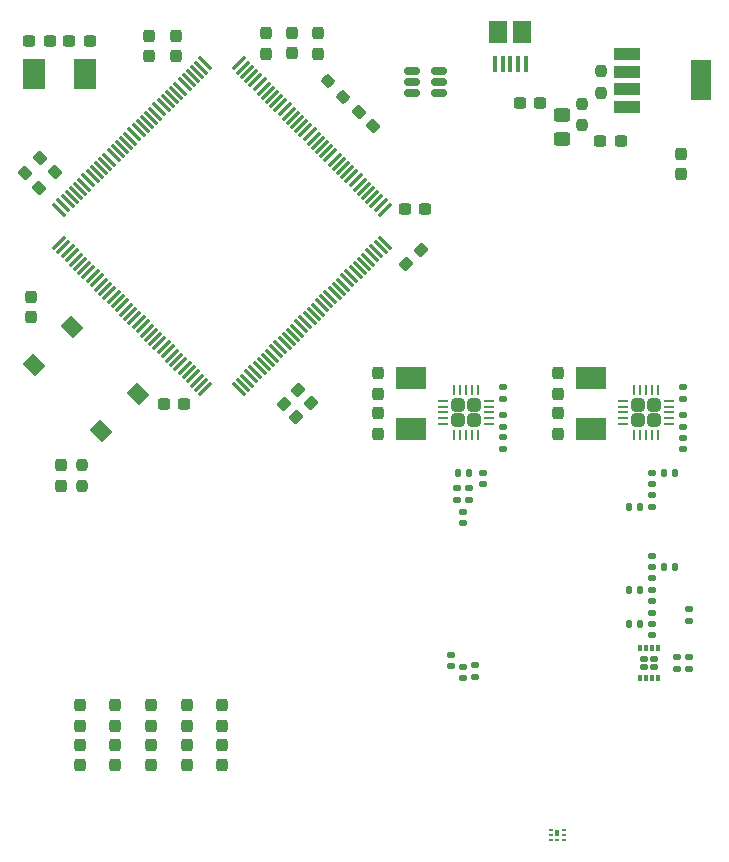
<source format=gbr>
%TF.GenerationSoftware,KiCad,Pcbnew,(6.0.7)*%
%TF.CreationDate,2022-12-11T17:18:47-05:00*%
%TF.ProjectId,Telemetry_KiCAD_Project,54656c65-6d65-4747-9279-5f4b69434144,rev?*%
%TF.SameCoordinates,Original*%
%TF.FileFunction,Paste,Top*%
%TF.FilePolarity,Positive*%
%FSLAX46Y46*%
G04 Gerber Fmt 4.6, Leading zero omitted, Abs format (unit mm)*
G04 Created by KiCad (PCBNEW (6.0.7)) date 2022-12-11 17:18:47*
%MOMM*%
%LPD*%
G01*
G04 APERTURE LIST*
G04 Aperture macros list*
%AMRoundRect*
0 Rectangle with rounded corners*
0 $1 Rounding radius*
0 $2 $3 $4 $5 $6 $7 $8 $9 X,Y pos of 4 corners*
0 Add a 4 corners polygon primitive as box body*
4,1,4,$2,$3,$4,$5,$6,$7,$8,$9,$2,$3,0*
0 Add four circle primitives for the rounded corners*
1,1,$1+$1,$2,$3*
1,1,$1+$1,$4,$5*
1,1,$1+$1,$6,$7*
1,1,$1+$1,$8,$9*
0 Add four rect primitives between the rounded corners*
20,1,$1+$1,$2,$3,$4,$5,0*
20,1,$1+$1,$4,$5,$6,$7,0*
20,1,$1+$1,$6,$7,$8,$9,0*
20,1,$1+$1,$8,$9,$2,$3,0*%
%AMRotRect*
0 Rectangle, with rotation*
0 The origin of the aperture is its center*
0 $1 length*
0 $2 width*
0 $3 Rotation angle, in degrees counterclockwise*
0 Add horizontal line*
21,1,$1,$2,0,0,$3*%
G04 Aperture macros list end*
%ADD10RoundRect,0.237500X-0.300000X-0.237500X0.300000X-0.237500X0.300000X0.237500X-0.300000X0.237500X0*%
%ADD11RoundRect,0.237500X0.300000X0.237500X-0.300000X0.237500X-0.300000X-0.237500X0.300000X-0.237500X0*%
%ADD12RoundRect,0.237500X-0.044194X-0.380070X0.380070X0.044194X0.044194X0.380070X-0.380070X-0.044194X0*%
%ADD13RoundRect,0.237500X0.044194X0.380070X-0.380070X-0.044194X-0.044194X-0.380070X0.380070X0.044194X0*%
%ADD14RoundRect,0.237500X0.237500X-0.300000X0.237500X0.300000X-0.237500X0.300000X-0.237500X-0.300000X0*%
%ADD15RoundRect,0.237500X0.237500X-0.287500X0.237500X0.287500X-0.237500X0.287500X-0.237500X-0.287500X0*%
%ADD16R,0.340000X0.230000*%
%ADD17R,0.340000X0.620000*%
%ADD18R,0.340000X0.190000*%
%ADD19R,0.310000X0.230000*%
%ADD20RoundRect,0.150000X-0.512500X-0.150000X0.512500X-0.150000X0.512500X0.150000X-0.512500X0.150000X0*%
%ADD21RoundRect,0.237500X-0.237500X0.300000X-0.237500X-0.300000X0.237500X-0.300000X0.237500X0.300000X0*%
%ADD22RoundRect,0.140000X-0.170000X0.140000X-0.170000X-0.140000X0.170000X-0.140000X0.170000X0.140000X0*%
%ADD23RoundRect,0.250000X0.315000X-0.315000X0.315000X0.315000X-0.315000X0.315000X-0.315000X-0.315000X0*%
%ADD24RoundRect,0.062500X0.062500X-0.362500X0.062500X0.362500X-0.062500X0.362500X-0.062500X-0.362500X0*%
%ADD25RoundRect,0.062500X0.362500X-0.062500X0.362500X0.062500X-0.362500X0.062500X-0.362500X-0.062500X0*%
%ADD26RoundRect,0.147500X-0.147500X-0.172500X0.147500X-0.172500X0.147500X0.172500X-0.147500X0.172500X0*%
%ADD27RoundRect,0.140000X0.170000X-0.140000X0.170000X0.140000X-0.170000X0.140000X-0.170000X-0.140000X0*%
%ADD28R,2.600000X1.900000*%
%ADD29RoundRect,0.147500X-0.172500X0.147500X-0.172500X-0.147500X0.172500X-0.147500X0.172500X0.147500X0*%
%ADD30R,0.400000X1.350000*%
%ADD31R,1.500000X1.900000*%
%ADD32RoundRect,0.140000X-0.140000X-0.170000X0.140000X-0.170000X0.140000X0.170000X-0.140000X0.170000X0*%
%ADD33RoundRect,0.140000X0.140000X0.170000X-0.140000X0.170000X-0.140000X-0.170000X0.140000X-0.170000X0*%
%ADD34RoundRect,0.135000X0.185000X-0.135000X0.185000X0.135000X-0.185000X0.135000X-0.185000X-0.135000X0*%
%ADD35RoundRect,0.145000X-0.205000X0.145000X-0.205000X-0.145000X0.205000X-0.145000X0.205000X0.145000X0*%
%ADD36RoundRect,0.087500X-0.087500X0.200000X-0.087500X-0.200000X0.087500X-0.200000X0.087500X0.200000X0*%
%ADD37RoundRect,0.147500X0.147500X0.172500X-0.147500X0.172500X-0.147500X-0.172500X0.147500X-0.172500X0*%
%ADD38RoundRect,0.147500X0.172500X-0.147500X0.172500X0.147500X-0.172500X0.147500X-0.172500X-0.147500X0*%
%ADD39R,1.900000X2.600000*%
%ADD40RotRect,1.550000X1.300000X135.000000*%
%ADD41RoundRect,0.237500X-0.380070X0.044194X0.044194X-0.380070X0.380070X-0.044194X-0.044194X0.380070X0*%
%ADD42RoundRect,0.237500X0.237500X-0.250000X0.237500X0.250000X-0.237500X0.250000X-0.237500X-0.250000X0*%
%ADD43RoundRect,0.250000X-0.450000X0.325000X-0.450000X-0.325000X0.450000X-0.325000X0.450000X0.325000X0*%
%ADD44RoundRect,0.237500X-0.237500X0.250000X-0.237500X-0.250000X0.237500X-0.250000X0.237500X0.250000X0*%
%ADD45RoundRect,0.237500X0.380070X-0.044194X-0.044194X0.380070X-0.380070X0.044194X0.044194X-0.380070X0*%
%ADD46R,2.200000X1.000000*%
%ADD47R,1.800000X3.400000*%
%ADD48RotRect,0.300000X1.475000X45.000000*%
%ADD49RotRect,0.300000X1.475000X315.000000*%
%ADD50RoundRect,0.237500X0.344715X-0.008839X-0.008839X0.344715X-0.344715X0.008839X0.008839X-0.344715X0*%
G04 APERTURE END LIST*
D10*
%TO.C,C25*%
X97180105Y-55902657D03*
X98905105Y-55902657D03*
%TD*%
D11*
%TO.C,C27*%
X110312500Y-86650000D03*
X108587500Y-86650000D03*
%TD*%
D12*
%TO.C,C28*%
X129090120Y-74809880D03*
X130309880Y-73590120D03*
%TD*%
D13*
%TO.C,C30*%
X119940120Y-85469880D03*
X118720360Y-86689640D03*
%TD*%
%TO.C,C31*%
X121000000Y-86550000D03*
X119780240Y-87769760D03*
%TD*%
D14*
%TO.C,C32*%
X97300000Y-79312500D03*
X97300000Y-77587500D03*
%TD*%
%TO.C,C35*%
X109585000Y-57195000D03*
X109585000Y-55470000D03*
%TD*%
D15*
%TO.C,R4*%
X121660000Y-57025000D03*
X121660000Y-55275000D03*
%TD*%
%TO.C,R5*%
X119390000Y-56975000D03*
X119390000Y-55225000D03*
%TD*%
D16*
%TO.C,U3*%
X141340000Y-122765000D03*
D17*
X141880000Y-122960000D03*
D16*
X142450000Y-122765000D03*
D18*
X142450000Y-123175000D03*
D16*
X142450000Y-123585000D03*
D19*
X141895000Y-123585000D03*
D16*
X141340000Y-123585000D03*
D18*
X141340000Y-123175000D03*
%TD*%
D14*
%TO.C,C34*%
X107315000Y-57195000D03*
X107315000Y-55470000D03*
%TD*%
%TO.C,C26*%
X117250000Y-57012500D03*
X117250000Y-55287500D03*
%TD*%
D10*
%TO.C,C29*%
X128980000Y-70110000D03*
X130705000Y-70110000D03*
%TD*%
D20*
%TO.C,U5*%
X129562500Y-58425000D03*
X129562500Y-59375000D03*
X129562500Y-60325000D03*
X131837500Y-60325000D03*
X131837500Y-59375000D03*
X131837500Y-58425000D03*
%TD*%
D21*
%TO.C,C2*%
X126720000Y-87445001D03*
X126720000Y-89170001D03*
%TD*%
D22*
%TO.C,C3*%
X137300000Y-87615000D03*
X137300000Y-88575000D03*
%TD*%
%TO.C,C12*%
X153020000Y-104050000D03*
X153020000Y-105010000D03*
%TD*%
%TO.C,C15*%
X152540000Y-85250000D03*
X152540000Y-86210000D03*
%TD*%
%TO.C,C17*%
X152540000Y-87615000D03*
X152540000Y-88575000D03*
%TD*%
D23*
%TO.C,U1*%
X133500000Y-88025000D03*
X133500000Y-86725000D03*
X134800000Y-88025000D03*
X134800000Y-86725000D03*
D24*
X133150000Y-89300000D03*
X133650000Y-89300000D03*
X134150000Y-89300000D03*
X134650000Y-89300000D03*
X135150000Y-89300000D03*
D25*
X136075000Y-88375000D03*
X136075000Y-87875000D03*
X136075000Y-87375000D03*
X136075000Y-86875000D03*
X136075000Y-86375000D03*
D24*
X135150000Y-85450000D03*
X134650000Y-85450000D03*
X134150000Y-85450000D03*
X133650000Y-85450000D03*
X133150000Y-85450000D03*
D25*
X132225000Y-86375000D03*
X132225000Y-86875000D03*
X132225000Y-87375000D03*
X132225000Y-87875000D03*
X132225000Y-88375000D03*
%TD*%
D26*
%TO.C,L1*%
X133437500Y-92525000D03*
X134407500Y-92525000D03*
%TD*%
D22*
%TO.C,C7*%
X133400000Y-93815000D03*
X133400000Y-94775000D03*
%TD*%
%TO.C,C8*%
X133900000Y-95765000D03*
X133900000Y-96725000D03*
%TD*%
D27*
%TO.C,C6*%
X135610000Y-93435000D03*
X135610000Y-92475000D03*
%TD*%
D28*
%TO.C,Y1*%
X129490000Y-88770000D03*
X129490000Y-84470000D03*
%TD*%
D29*
%TO.C,L2*%
X134420000Y-93810000D03*
X134420000Y-94780000D03*
%TD*%
D30*
%TO.C,J4*%
X139200000Y-57837500D03*
X138550000Y-57837500D03*
X137900000Y-57837500D03*
X137250000Y-57837500D03*
X136600000Y-57837500D03*
D31*
X138900000Y-55137500D03*
X136900000Y-55137500D03*
%TD*%
D14*
%TO.C,C18*%
X141970000Y-85795000D03*
X141970000Y-84070000D03*
%TD*%
%TO.C,C4*%
X126719999Y-85795000D03*
X126719999Y-84070000D03*
%TD*%
D32*
%TO.C,C11*%
X147960000Y-105295000D03*
X148920000Y-105295000D03*
%TD*%
D29*
%TO.C,L9*%
X149900000Y-99492501D03*
X149900000Y-100462501D03*
%TD*%
%TO.C,L4*%
X149900000Y-105285000D03*
X149900000Y-106255000D03*
%TD*%
D32*
%TO.C,C21*%
X150880000Y-100480000D03*
X151840000Y-100480000D03*
%TD*%
D29*
%TO.C,L11*%
X149900000Y-103345000D03*
X149900000Y-104315000D03*
%TD*%
D33*
%TO.C,C22*%
X148920000Y-102395000D03*
X147960000Y-102395000D03*
%TD*%
D34*
%TO.C,R1*%
X151980000Y-109085000D03*
X151980000Y-108065000D03*
%TD*%
D35*
%TO.C,U2*%
X150085000Y-108230000D03*
X149215000Y-108960000D03*
X149215000Y-108230000D03*
X150085000Y-108960000D03*
D36*
X150400000Y-107307500D03*
X149900000Y-107307500D03*
X149400000Y-107307500D03*
X148900000Y-107307500D03*
X148900000Y-109882500D03*
X149400000Y-109882500D03*
X149900000Y-109882500D03*
X150400000Y-109882500D03*
%TD*%
D27*
%TO.C,C9*%
X132890000Y-108885000D03*
X132890000Y-107925000D03*
%TD*%
D29*
%TO.C,L3*%
X133900000Y-108905000D03*
X133900000Y-109875000D03*
%TD*%
D27*
%TO.C,C10*%
X134910000Y-109745000D03*
X134910000Y-108785000D03*
%TD*%
D37*
%TO.C,L8*%
X148910000Y-95395000D03*
X147940000Y-95395000D03*
%TD*%
D26*
%TO.C,L6*%
X150880000Y-92520000D03*
X151850000Y-92520000D03*
%TD*%
D22*
%TO.C,C20*%
X149900000Y-92482500D03*
X149900000Y-93442500D03*
%TD*%
D29*
%TO.C,L7*%
X149900000Y-94395000D03*
X149900000Y-95365000D03*
%TD*%
D28*
%TO.C,Y2*%
X144740000Y-88770000D03*
X144740000Y-84470000D03*
%TD*%
D23*
%TO.C,U6*%
X150050000Y-86725000D03*
X150050000Y-88025000D03*
X148750000Y-86725000D03*
X148750000Y-88025000D03*
D24*
X148400000Y-89300000D03*
X148900000Y-89300000D03*
X149400000Y-89300000D03*
X149900000Y-89300000D03*
X150400000Y-89300000D03*
D25*
X151325000Y-88375000D03*
X151325000Y-87875000D03*
X151325000Y-87375000D03*
X151325000Y-86875000D03*
X151325000Y-86375000D03*
D24*
X150400000Y-85450000D03*
X149900000Y-85450000D03*
X149400000Y-85450000D03*
X148900000Y-85450000D03*
X148400000Y-85450000D03*
D25*
X147475000Y-86375000D03*
X147475000Y-86875000D03*
X147475000Y-87375000D03*
X147475000Y-87875000D03*
X147475000Y-88375000D03*
%TD*%
D21*
%TO.C,C16*%
X141970000Y-87455000D03*
X141970000Y-89180000D03*
%TD*%
D15*
%TO.C,D4*%
X107500000Y-113905000D03*
X107500000Y-112155000D03*
%TD*%
%TO.C,D6*%
X101515000Y-113905000D03*
X101515000Y-112155000D03*
%TD*%
%TO.C,R6*%
X101515000Y-117250000D03*
X101515000Y-115500000D03*
%TD*%
%TO.C,R8*%
X107500000Y-117250000D03*
X107500000Y-115500000D03*
%TD*%
%TO.C,R10*%
X113485000Y-117250000D03*
X113485000Y-115500000D03*
%TD*%
%TO.C,D3*%
X110492500Y-113905000D03*
X110492500Y-112155000D03*
%TD*%
%TO.C,R7*%
X104415000Y-117245000D03*
X104415000Y-115495000D03*
%TD*%
%TO.C,R9*%
X110492500Y-117250000D03*
X110492500Y-115500000D03*
%TD*%
%TO.C,D5*%
X104415000Y-113900000D03*
X104415000Y-112150000D03*
%TD*%
D38*
%TO.C,L5*%
X153030000Y-109075000D03*
X153030000Y-108105000D03*
%TD*%
D22*
%TO.C,C1*%
X137300000Y-85249957D03*
X137300000Y-86209957D03*
%TD*%
D39*
%TO.C,Y3*%
X101899127Y-58713406D03*
X97599127Y-58713406D03*
%TD*%
D11*
%TO.C,C24*%
X102306627Y-55902656D03*
X100581627Y-55902656D03*
%TD*%
D21*
%TO.C,C23*%
X99850000Y-91837500D03*
X99850000Y-93562500D03*
%TD*%
D40*
%TO.C,SW1*%
X97600000Y-83333410D03*
X103228570Y-88961980D03*
X100781980Y-80151430D03*
X106410550Y-85780000D03*
%TD*%
D15*
%TO.C,D2*%
X113485000Y-113905000D03*
X113485000Y-112155000D03*
%TD*%
D41*
%TO.C,C33*%
X98110120Y-65830120D03*
X99329880Y-67049880D03*
%TD*%
D27*
%TO.C,C5*%
X137300000Y-90455000D03*
X137300000Y-89495000D03*
%TD*%
D29*
%TO.C,L10*%
X149900000Y-101405000D03*
X149900000Y-102375000D03*
%TD*%
D27*
%TO.C,C19*%
X152540000Y-90485000D03*
X152540000Y-89525000D03*
%TD*%
D42*
%TO.C,R3*%
X145570000Y-60297500D03*
X145570000Y-58472500D03*
%TD*%
D10*
%TO.C,C14*%
X145520000Y-64385000D03*
X147245000Y-64385000D03*
%TD*%
D43*
%TO.C,D1*%
X142270000Y-62160000D03*
X142270000Y-64210000D03*
%TD*%
D21*
%TO.C,C13*%
X152370000Y-65467500D03*
X152370000Y-67192500D03*
%TD*%
D44*
%TO.C,R2*%
X143970000Y-61222500D03*
X143970000Y-63047500D03*
%TD*%
D45*
%TO.C,C38*%
X98009880Y-68359880D03*
X96790120Y-67140120D03*
%TD*%
D44*
%TO.C,R11*%
X101650000Y-91787500D03*
X101650000Y-93612500D03*
%TD*%
D41*
%TO.C,C37*%
X125090120Y-61940120D03*
X126309880Y-63159880D03*
%TD*%
D46*
%TO.C,U4*%
X147770000Y-57010000D03*
X147770000Y-58510000D03*
X147770000Y-60010000D03*
X147770000Y-61510000D03*
D47*
X154070000Y-59260000D03*
%TD*%
D11*
%TO.C,FB1*%
X140412500Y-61150000D03*
X138687500Y-61150000D03*
%TD*%
D48*
%TO.C,IC1*%
X112094272Y-57829903D03*
X111740718Y-58183456D03*
X111387165Y-58537010D03*
X111033612Y-58890563D03*
X110680058Y-59244117D03*
X110326505Y-59597670D03*
X109972951Y-59951223D03*
X109619398Y-60304777D03*
X109265845Y-60658330D03*
X108912291Y-61011884D03*
X108558738Y-61365437D03*
X108205184Y-61718990D03*
X107851631Y-62072544D03*
X107498078Y-62426097D03*
X107144524Y-62779651D03*
X106790971Y-63133204D03*
X106437417Y-63486757D03*
X106083864Y-63840311D03*
X105730311Y-64193864D03*
X105376757Y-64547417D03*
X105023204Y-64900971D03*
X104669651Y-65254524D03*
X104316097Y-65608078D03*
X103962544Y-65961631D03*
X103608990Y-66315184D03*
X103255437Y-66668738D03*
X102901884Y-67022291D03*
X102548330Y-67375845D03*
X102194777Y-67729398D03*
X101841223Y-68082951D03*
X101487670Y-68436505D03*
X101134117Y-68790058D03*
X100780563Y-69143612D03*
X100427010Y-69497165D03*
X100073456Y-69850718D03*
X99719903Y-70204272D03*
D49*
X99719903Y-73015728D03*
X100073456Y-73369282D03*
X100427010Y-73722835D03*
X100780563Y-74076388D03*
X101134117Y-74429942D03*
X101487670Y-74783495D03*
X101841223Y-75137049D03*
X102194777Y-75490602D03*
X102548330Y-75844155D03*
X102901884Y-76197709D03*
X103255437Y-76551262D03*
X103608990Y-76904816D03*
X103962544Y-77258369D03*
X104316097Y-77611922D03*
X104669651Y-77965476D03*
X105023204Y-78319029D03*
X105376757Y-78672583D03*
X105730311Y-79026136D03*
X106083864Y-79379689D03*
X106437417Y-79733243D03*
X106790971Y-80086796D03*
X107144524Y-80440349D03*
X107498078Y-80793903D03*
X107851631Y-81147456D03*
X108205184Y-81501010D03*
X108558738Y-81854563D03*
X108912291Y-82208116D03*
X109265845Y-82561670D03*
X109619398Y-82915223D03*
X109972951Y-83268777D03*
X110326505Y-83622330D03*
X110680058Y-83975883D03*
X111033612Y-84329437D03*
X111387165Y-84682990D03*
X111740718Y-85036544D03*
X112094272Y-85390097D03*
D48*
X114905728Y-85390097D03*
X115259282Y-85036544D03*
X115612835Y-84682990D03*
X115966388Y-84329437D03*
X116319942Y-83975883D03*
X116673495Y-83622330D03*
X117027049Y-83268777D03*
X117380602Y-82915223D03*
X117734155Y-82561670D03*
X118087709Y-82208116D03*
X118441262Y-81854563D03*
X118794816Y-81501010D03*
X119148369Y-81147456D03*
X119501922Y-80793903D03*
X119855476Y-80440349D03*
X120209029Y-80086796D03*
X120562583Y-79733243D03*
X120916136Y-79379689D03*
X121269689Y-79026136D03*
X121623243Y-78672583D03*
X121976796Y-78319029D03*
X122330349Y-77965476D03*
X122683903Y-77611922D03*
X123037456Y-77258369D03*
X123391010Y-76904816D03*
X123744563Y-76551262D03*
X124098116Y-76197709D03*
X124451670Y-75844155D03*
X124805223Y-75490602D03*
X125158777Y-75137049D03*
X125512330Y-74783495D03*
X125865883Y-74429942D03*
X126219437Y-74076388D03*
X126572990Y-73722835D03*
X126926544Y-73369282D03*
X127280097Y-73015728D03*
D49*
X127280097Y-70204272D03*
X126926544Y-69850718D03*
X126572990Y-69497165D03*
X126219437Y-69143612D03*
X125865883Y-68790058D03*
X125512330Y-68436505D03*
X125158777Y-68082951D03*
X124805223Y-67729398D03*
X124451670Y-67375845D03*
X124098116Y-67022291D03*
X123744563Y-66668738D03*
X123391010Y-66315184D03*
X123037456Y-65961631D03*
X122683903Y-65608078D03*
X122330349Y-65254524D03*
X121976796Y-64900971D03*
X121623243Y-64547417D03*
X121269689Y-64193864D03*
X120916136Y-63840311D03*
X120562583Y-63486757D03*
X120209029Y-63133204D03*
X119855476Y-62779651D03*
X119501922Y-62426097D03*
X119148369Y-62072544D03*
X118794816Y-61718990D03*
X118441262Y-61365437D03*
X118087709Y-61011884D03*
X117734155Y-60658330D03*
X117380602Y-60304777D03*
X117027049Y-59951223D03*
X116673495Y-59597670D03*
X116319942Y-59244117D03*
X115966388Y-58890563D03*
X115612835Y-58537010D03*
X115259282Y-58183456D03*
X114905728Y-57829903D03*
%TD*%
D50*
%TO.C,R12*%
X123745235Y-60627504D03*
X122454765Y-59337034D03*
%TD*%
M02*

</source>
